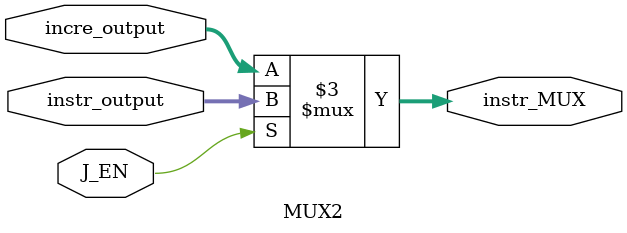
<source format=v>
`timescale 1ns / 1ps


module MUX2(
    input [3:0] instr_output, //instructions output from IR (lower 4 bits)
    input [3:0] incre_output,// Incrementer output (PC + 1)
    input       J_EN, // Jump Enable , controls which input is selected
    output reg [3:0] instr_MUX // MUX output,  instruction address or incremented address
    );
    
    always @(*)begin
        if(J_EN)begin// If J_EN is high, use the instruction address from IR
          instr_MUX <= instr_output;
        end else begin// If J_EN is low, use the incremented address from the Incrementer
            instr_MUX <= incre_output;
        end
   end
    
    
    
endmodule

</source>
